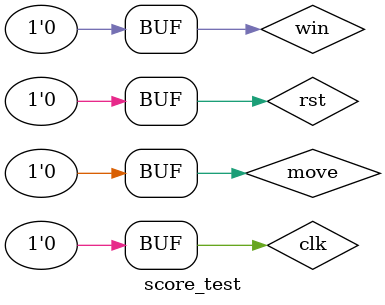
<source format=v>
`timescale 1ns / 1ps


module score_test;

	// Inputs
	reg move;
	reg win;
	reg rst;
	reg clk;

	// Outputs
	wire [3:0] anode;
	wire [7:0] cathode;

	// Instantiate the Unit Under Test (UUT)
	score uut (
		.move(move), 
		.win(win), 
		.rst(rst), 
		.anode(anode), 
		.cathode(cathode), 
		.clk(clk)
	);

	initial begin
		// Initialize Inputs
		move = 0;
		win = 0;
		rst = 0;
		clk = 0;

		// Wait 100 ns for global reset to finish
		#100;
        
		// Add stimulus here

	end
      
endmodule


</source>
